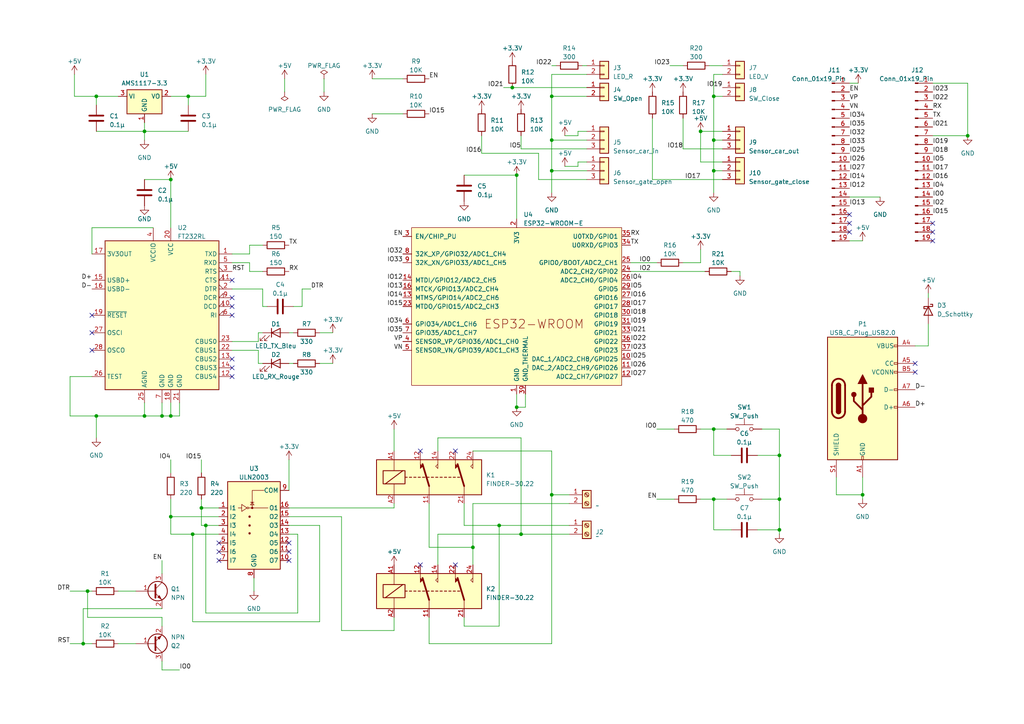
<source format=kicad_sch>
(kicad_sch (version 20230121) (generator eeschema)
  (paper "A4")
  (title_block (title "TSO_ESP32") (date "2023-03-13") (rev "1.0") (company "Cegep de Sherbrooke") (comment 1 "TSO") (comment 2 "Projet Fin Etude") (comment 3 "Mohammad Barin Wahidi") (comment 4 "Etienne Dube"))
  (lib_symbols
    (symbol "Connector:Conn_01x19_Pin" (pin_names (offset 1.016) hide)
      (property "Reference" "J" (at 0 25.4 0))
      (property "Value" "Conn_01x19_Pin" (at 0 -25.4 0))
      (symbol "Conn_01x19_Pin_1_1"
        (pin passive line (at 5.08 22.86 180) (length 3.81) (name "Pin_1") (number "1"))
        (pin passive line (at 5.08 0 180) (length 3.81) (name "Pin_10") (number "10"))
        (pin passive line (at 5.08 -2.54 180) (length 3.81) (name "Pin_11") (number "11"))
        (pin passive line (at 5.08 -5.08 180) (length 3.81) (name "Pin_12") (number "12"))
        (pin passive line (at 5.08 -7.62 180) (length 3.81) (name "Pin_13") (number "13"))
        (pin passive line (at 5.08 -10.16 180) (length 3.81) (name "Pin_14") (number "14"))
        (pin passive line (at 5.08 -12.7 180) (length 3.81) (name "Pin_15") (number "15"))
        (pin passive line (at 5.08 -15.24 180) (length 3.81) (name "Pin_16") (number "16"))
        (pin passive line (at 5.08 -17.78 180) (length 3.81) (name "Pin_17") (number "17"))
        (pin passive line (at 5.08 -20.32 180) (length 3.81) (name "Pin_18") (number "18"))
        (pin passive line (at 5.08 -22.86 180) (length 3.81) (name "Pin_19") (number "19"))
        (pin passive line (at 5.08 20.32 180) (length 3.81) (name "Pin_2") (number "2"))
        (pin passive line (at 5.08 17.78 180) (length 3.81) (name "Pin_3") (number "3"))
        (pin passive line (at 5.08 15.24 180) (length 3.81) (name "Pin_4") (number "4"))
        (pin passive line (at 5.08 12.7 180) (length 3.81) (name "Pin_5") (number "5"))
        (pin passive line (at 5.08 10.16 180) (length 3.81) (name "Pin_6") (number "6"))
        (pin passive line (at 5.08 7.62 180) (length 3.81) (name "Pin_7") (number "7"))
        (pin passive line (at 5.08 5.08 180) (length 3.81) (name "Pin_8") (number "8"))
        (pin passive line (at 5.08 2.54 180) (length 3.81) (name "Pin_9") (number "9"))
      )
    )
    (symbol "Connector:Screw_Terminal_01x02" (pin_names (offset 1.016) hide)
      (property "Reference" "J" (at 0 2.54 0))
      (property "Value" "Screw_Terminal_01x02" (at 0 -5.08 0))
      (symbol "Screw_Terminal_01x02_1_1"
        (pin passive line (at -5.08 0 0) (length 3.81) (name "Pin_1") (number "1"))
        (pin passive line (at -5.08 -2.54 0) (length 3.81) (name "Pin_2") (number "2"))
      )
    )
    (symbol "Connector:USB_C_Plug_USB2.0" (pin_names (offset 1.016))
      (property "Reference" "P" (at -10.16 19.05 0))
      (property "Value" "USB_C_Plug_USB2.0" (at 12.7 19.05 0))
      (symbol "USB_C_Plug_USB2.0_1_1"
        (pin passive line (at 0 -22.86 90) (length 5.08) (name "GND") (number "A1"))
        (pin passive line (at 0 -22.86 90) (length 5.08) hide (name "GND") (number "A12"))
        (pin passive line (at 15.24 15.24 180) (length 5.08) (name "VBUS") (number "A4"))
        (pin bidirectional line (at 15.24 10.16 180) (length 5.08) (name "CC") (number "A5"))
        (pin bidirectional line (at 15.24 -2.54 180) (length 5.08) (name "D+") (number "A6"))
        (pin bidirectional line (at 15.24 2.54 180) (length 5.08) (name "D-") (number "A7"))
        (pin passive line (at 15.24 15.24 180) (length 5.08) hide (name "VBUS") (number "A9"))
        (pin passive line (at 0 -22.86 90) (length 5.08) hide (name "GND") (number "B1"))
        (pin passive line (at 0 -22.86 90) (length 5.08) hide (name "GND") (number "B12"))
        (pin passive line (at 15.24 15.24 180) (length 5.08) hide (name "VBUS") (number "B4"))
        (pin bidirectional line (at 15.24 7.62 180) (length 5.08) (name "VCONN") (number "B5"))
        (pin passive line (at 15.24 15.24 180) (length 5.08) hide (name "VBUS") (number "B9"))
        (pin passive line (at -7.62 -22.86 90) (length 5.08) (name "SHIELD") (number "S1"))
      )
    )
    (symbol "Connector_Generic:Conn_01x02" (pin_names (offset 1.016) hide)
      (property "Reference" "J" (at 0 2.54 0))
      (property "Value" "Conn_01x02" (at 0 -5.08 0))
      (symbol "Conn_01x02_1_1"
        (pin passive line (at -5.08 0 0) (length 3.81) (name "Pin_1") (number "1"))
        (pin passive line (at -5.08 -2.54 0) (length 3.81) (name "Pin_2") (number "2"))
      )
    )
    (symbol "Connector_Generic:Conn_01x03" (pin_names (offset 1.016) hide)
      (property "Reference" "J" (at 0 5.08 0))
      (property "Value" "Conn_01x03" (at 0 -5.08 0))
      (symbol "Conn_01x03_1_1"
        (pin passive line (at -5.08 2.54 0) (length 3.81) (name "Pin_1") (number "1"))
        (pin passive line (at -5.08 0 0) (length 3.81) (name "Pin_2") (number "2"))
        (pin passive line (at -5.08 -2.54 0) (length 3.81) (name "Pin_3") (number "3"))
      )
    )
    (symbol "Device:C" (pin_numbers hide) (pin_names (offset 0.254))
      (property "Reference" "C" (at 0.635 2.54 0))
      (property "Value" "C" (at 0.635 -2.54 0))
      (symbol "C_1_1"
        (pin passive line (at 0 3.81 270) (length 2.794) (name "~") (number "1"))
        (pin passive line (at 0 -3.81 90) (length 2.794) (name "~") (number "2"))
      )
    )
    (symbol "Device:D_Schottky" (pin_numbers hide) (pin_names (offset 1.016) hide)
      (property "Reference" "D" (at 0 2.54 0))
      (property "Value" "D_Schottky" (at 0 -2.54 0))
      (symbol "D_Schottky_1_1"
        (pin passive line (at -3.81 0 0) (length 2.54) (name "K") (number "1"))
        (pin passive line (at 3.81 0 180) (length 2.54) (name "A") (number "2"))
      )
    )
    (symbol "Device:LED" (pin_numbers hide) (pin_names (offset 1.016) hide)
      (property "Reference" "D" (at 0 2.54 0))
      (property "Value" "LED" (at 0 -2.54 0))
      (symbol "LED_1_1"
        (pin passive line (at -3.81 0 0) (length 2.54) (name "K") (number "1"))
        (pin passive line (at 3.81 0 180) (length 2.54) (name "A") (number "2"))
      )
    )
    (symbol "Device:R" (pin_numbers hide) (pin_names (offset 0))
      (property "Reference" "R" (at 2.032 0 90))
      (property "Value" "R" (at 0 0 90))
      (symbol "R_1_1"
        (pin passive line (at 0 3.81 270) (length 1.27) (name "~") (number "1"))
        (pin passive line (at 0 -3.81 90) (length 1.27) (name "~") (number "2"))
      )
    )
    (symbol "Espressif:ESP32-WROOM-E" (pin_names (offset 1.016))
      (property "Reference" "U" (at -30.48 27.94 0))
      (property "Value" "ESP32-WROOM-E" (at -30.48 25.4 0))
      (symbol "ESP32-WROOM-E_1_1"
        (text "ESP32-­WROOM­" (at 5.08 -5.08 0) (effects (font (size 2.54 2.54))))
        (pin power_in line (at 0 -25.4 90) (length 2.54) (name "GND") (number "1"))
        (pin bidirectional line (at 33.02 -15.24 180) (length 2.54) (name "DAC_1/ADC2_CH8/GPIO25") (number "10"))
        (pin bidirectional line (at 33.02 -17.78 180) (length 2.54) (name "DAC_2/ADC2_CH9/GPIO26") (number "11"))
        (pin bidirectional line (at 33.02 -20.32 180) (length 2.54) (name "ADC2_CH7/GPIO27") (number "12"))
        (pin bidirectional line (at -33.02 2.54 0) (length 2.54) (name "MTMS/GPIO14/ADC2_CH6") (number "13"))
        (pin bidirectional line (at -33.02 7.62 0) (length 2.54) (name "MTDI/GPIO12/ADC2_CH5") (number "14"))
        (pin passive line (at 0 -25.4 90) (length 2.54) hide (name "GND") (number "15"))
        (pin bidirectional line (at -33.02 5.08 0) (length 2.54) (name "MTCK/GPIO13/ADC2_CH4") (number "16"))
        (pin power_in line (at 0 25.4 270) (length 2.54) (name "3V3") (number "2"))
        (pin bidirectional line (at -33.02 0 0) (length 2.54) (name "MTDO/GPIO15/ADC2_CH3") (number "23"))
        (pin bidirectional line (at 33.02 10.16 180) (length 2.54) (name "ADC2_CH2/GPIO2") (number "24"))
        (pin bidirectional line (at 33.02 12.7 180) (length 2.54) (name "GPIO0/BOOT/ADC2_CH1") (number "25"))
        (pin bidirectional line (at 33.02 7.62 180) (length 2.54) (name "ADC2_CH0/GPIO4") (number "26"))
        (pin bidirectional line (at 33.02 2.54 180) (length 2.54) (name "GPIO16") (number "27"))
        (pin bidirectional line (at 33.02 0 180) (length 2.54) (name "GPIO17") (number "28"))
        (pin bidirectional line (at 33.02 5.08 180) (length 2.54) (name "GPIO5") (number "29"))
        (pin input line (at -33.02 20.32 0) (length 2.54) (name "EN/CHIP_PU") (number "3"))
        (pin bidirectional line (at 33.02 -2.54 180) (length 2.54) (name "GPIO18") (number "30"))
        (pin bidirectional line (at 33.02 -5.08 180) (length 2.54) (name "GPIO19") (number "31"))
        (pin bidirectional line (at 33.02 -7.62 180) (length 2.54) (name "GPIO21") (number "33"))
        (pin bidirectional line (at 33.02 17.78 180) (length 2.54) (name "U0RXD/GPIO3") (number "34"))
        (pin bidirectional line (at 33.02 20.32 180) (length 2.54) (name "U0TXD/GPIO1") (number "35"))
        (pin bidirectional line (at 33.02 -10.16 180) (length 2.54) (name "GPIO22") (number "36"))
        (pin bidirectional line (at 33.02 -12.7 180) (length 2.54) (name "GPIO23") (number "37"))
        (pin passive line (at 0 -25.4 90) (length 2.54) hide (name "GND") (number "38"))
        (pin power_in line (at 2.54 -25.4 90) (length 2.54) (name "GND_THERMAL") (number "39"))
        (pin input line (at -33.02 -10.16 0) (length 2.54) (name "SENSOR_VP/GPIO36/ADC1_CH0") (number "4"))
        (pin input line (at -33.02 -12.7 0) (length 2.54) (name "SENSOR_VN/GPIO39/ADC1_CH3") (number "5"))
        (pin input line (at -33.02 -5.08 0) (length 2.54) (name "GPIO34/ADC1_CH6") (number "6"))
        (pin input line (at -33.02 -7.62 0) (length 2.54) (name "GPIO35/ADC1_CH7") (number "7"))
        (pin bidirectional line (at -33.02 15.24 0) (length 2.54) (name "32K_XP/GPIO32/ADC1_CH4") (number "8"))
        (pin bidirectional line (at -33.02 12.7 0) (length 2.54) (name "32K_XN/GPIO33/ADC1_CH5") (number "9"))
      )
    )
    (symbol "Interface_USB:FT232RL"
      (property "Reference" "U" (at -16.51 22.86 0))
      (property "Value" "FT232RL" (at 10.16 22.86 0))
      (symbol "FT232RL_1_1"
        (pin output line (at 20.32 17.78 180) (length 3.81) (name "TXD") (number "1"))
        (pin input input_low (at 20.32 2.54 180) (length 3.81) (name "DCD") (number "10"))
        (pin input input_low (at 20.32 10.16 180) (length 3.81) (name "CTS") (number "11"))
        (pin bidirectional line (at 20.32 -17.78 180) (length 3.81) (name "CBUS4") (number "12"))
        (pin bidirectional line (at 20.32 -12.7 180) (length 3.81) (name "CBUS2") (number "13"))
        (pin bidirectional line (at 20.32 -15.24 180) (length 3.81) (name "CBUS3") (number "14"))
        (pin bidirectional line (at -20.32 10.16 0) (length 3.81) (name "USBD+") (number "15"))
        (pin bidirectional line (at -20.32 7.62 0) (length 3.81) (name "USBD-") (number "16"))
        (pin power_out line (at -20.32 17.78 0) (length 3.81) (name "3V3OUT") (number "17"))
        (pin power_in line (at 2.54 -25.4 90) (length 3.81) (name "GND") (number "18"))
        (pin input line (at -20.32 0 0) (length 3.81) (name "~{RESET}") (number "19"))
        (pin output output_low (at 20.32 7.62 180) (length 3.81) (name "DTR") (number "2"))
        (pin power_in line (at 2.54 25.4 270) (length 3.81) (name "VCC") (number "20"))
        (pin power_in line (at 5.08 -25.4 90) (length 3.81) (name "GND") (number "21"))
        (pin bidirectional line (at 20.32 -10.16 180) (length 3.81) (name "CBUS1") (number "22"))
        (pin bidirectional line (at 20.32 -7.62 180) (length 3.81) (name "CBUS0") (number "23"))
        (pin power_in line (at -5.08 -25.4 90) (length 3.81) (name "AGND") (number "25"))
        (pin input line (at -20.32 -17.78 0) (length 3.81) (name "TEST") (number "26"))
        (pin input line (at -20.32 -5.08 0) (length 3.81) (name "OSCI") (number "27"))
        (pin output line (at -20.32 -10.16 0) (length 3.81) (name "OSCO") (number "28"))
        (pin output output_low (at 20.32 12.7 180) (length 3.81) (name "RTS") (number "3"))
        (pin power_in line (at -2.54 25.4 270) (length 3.81) (name "VCCIO") (number "4"))
        (pin input line (at 20.32 15.24 180) (length 3.81) (name "RXD") (number "5"))
        (pin input input_low (at 20.32 0 180) (length 3.81) (name "RI") (number "6"))
        (pin power_in line (at 0 -25.4 90) (length 3.81) (name "GND") (number "7"))
        (pin input input_low (at 20.32 5.08 180) (length 3.81) (name "DCR") (number "9"))
      )
    )
    (symbol "Regulator_Linear:AMS1117-3.3"
      (property "Reference" "U" (at -3.81 3.175 0))
      (property "Value" "AMS1117-3.3" (at 0 3.175 0))
      (symbol "AMS1117-3.3_1_1"
        (pin power_in line (at 0 -7.62 90) (length 2.54) (name "GND") (number "1"))
        (pin power_out line (at 7.62 0 180) (length 2.54) (name "VO") (number "2"))
        (pin power_in line (at -7.62 0 0) (length 2.54) (name "VI") (number "3"))
      )
    )
    (symbol "Relay:FINDER-30.22"
      (property "Reference" "K" (at 16.51 3.81 0))
      (property "Value" "FINDER-30.22" (at 16.51 1.27 0))
      (symbol "FINDER-30.22_1_1"
        (pin passive line (at 0 -7.62 90) (length 2.54) (name "~") (number "11"))
        (pin passive line (at -2.54 7.62 270) (length 2.54) (name "~") (number "12"))
        (pin passive line (at 2.54 7.62 270) (length 2.54) (name "~") (number "14"))
        (pin passive line (at 10.16 -7.62 90) (length 2.54) (name "~") (number "21"))
        (pin passive line (at 7.62 7.62 270) (length 2.54) (name "~") (number "22"))
        (pin passive line (at 12.7 7.62 270) (length 2.54) (name "~") (number "24"))
        (pin passive line (at -10.16 7.62 270) (length 2.54) (name "~") (number "A1"))
        (pin passive line (at -10.16 -7.62 90) (length 2.54) (name "~") (number "A2"))
      )
    )
    (symbol "Switch:SW_Push" (pin_numbers hide) (pin_names (offset 1.016) hide)
      (property "Reference" "SW" (at 1.27 2.54 0))
      (property "Value" "SW_Push" (at 0 -1.524 0))
      (symbol "SW_Push_0_1"
        (pin passive line (at -5.08 0 0) (length 2.54) (name "1") (number "1"))
        (pin passive line (at 5.08 0 180) (length 2.54) (name "2") (number "2"))
      )
    )
    (symbol "Transistor_Array:ULN2003"
      (property "Reference" "U" (at 0 15.875 0))
      (property "Value" "ULN2003" (at 0 13.97 0))
      (symbol "ULN2003_1_1"
        (pin input line (at -10.16 5.08 0) (length 2.54) (name "I1") (number "1"))
        (pin open_collector line (at 10.16 -10.16 180) (length 2.54) (name "O7") (number "10"))
        (pin open_collector line (at 10.16 -7.62 180) (length 2.54) (name "O6") (number "11"))
        (pin open_collector line (at 10.16 -5.08 180) (length 2.54) (name "O5") (number "12"))
        (pin open_collector line (at 10.16 -2.54 180) (length 2.54) (name "O4") (number "13"))
        (pin open_collector line (at 10.16 0 180) (length 2.54) (name "O3") (number "14"))
        (pin open_collector line (at 10.16 2.54 180) (length 2.54) (name "O2") (number "15"))
        (pin open_collector line (at 10.16 5.08 180) (length 2.54) (name "O1") (number "16"))
        (pin input line (at -10.16 2.54 0) (length 2.54) (name "I2") (number "2"))
        (pin input line (at -10.16 0 0) (length 2.54) (name "I3") (number "3"))
        (pin input line (at -10.16 -2.54 0) (length 2.54) (name "I4") (number "4"))
        (pin input line (at -10.16 -5.08 0) (length 2.54) (name "I5") (number "5"))
        (pin input line (at -10.16 -7.62 0) (length 2.54) (name "I6") (number "6"))
        (pin input line (at -10.16 -10.16 0) (length 2.54) (name "I7") (number "7"))
        (pin power_in line (at 0 -15.24 90) (length 2.54) (name "GND") (number "8"))
        (pin passive line (at 10.16 10.16 180) (length 2.54) (name "COM") (number "9"))
      )
    )
    (symbol "Transistor_BJT:BC846" (pin_names (offset 0) hide)
      (property "Reference" "Q" (at 5.08 1.905 0))
      (property "Value" "BC846" (at 5.08 0 0))
      (symbol "BC846_1_1"
        (pin input line (at -5.08 0 0) (length 5.715) (name "B") (number "1"))
        (pin passive line (at 2.54 -5.08 90) (length 2.54) (name "E") (number "2"))
        (pin passive line (at 2.54 5.08 270) (length 2.54) (name "C") (number "3"))
      )
    )
    (symbol "power:+3.3V" (power) (pin_names (offset 0))
      (property "Value" "+3.3V" (at 0 3.556 0))
      (symbol "+3.3V_1_1"
        (pin power_in line (at 0 0 90) (length 0) hide (name "+3.3V") (number "1"))
      )
    )
    (symbol "power:+5V" (power) (pin_names (offset 0))
      (property "Value" "+5V" (at 0 3.556 0))
      (symbol "+5V_1_1"
        (pin power_in line (at 0 0 90) (length 0) hide (name "+5V") (number "1"))
      )
    )
    (symbol "power:GND" (power) (pin_names (offset 0))
      (property "Value" "GND" (at 0 -3.81 0))
      (symbol "GND_1_1"
        (pin power_in line (at 0 0 270) (length 0) hide (name "GND") (number "1"))
      )
    )
    (symbol "power:PWR_FLAG" (power) (pin_numbers hide) (pin_names (offset 0) hide)
      (property "Value" "PWR_FLAG" (at 0 3.81 0))
      (symbol "PWR_FLAG_0_0"
        (pin power_out line (at 0 0 90) (length 0) (name "pwr") (number "1"))
      )
    )
  )
  (junction (at 54.61 27.94))
  (junction (at 226.06 144.78))
  (junction (at 207.01 40.64))
  (junction (at 203.2 38.1))
  (junction (at 160.02 143.51))
  (junction (at 137.16 158.75))
  (junction (at 226.06 153.67))
  (junction (at 49.53 52.07))
  (junction (at 148.59 25.4))
  (junction (at 24.13 186.69))
  (junction (at 151.13 154.94))
  (junction (at 49.53 149.86))
  (junction (at 207.01 124.46))
  (junction (at 27.94 120.65))
  (junction (at 149.86 118.11))
  (junction (at 41.91 38.1))
  (junction (at 149.86 50.8))
  (junction (at 25.4 171.45))
  (junction (at 27.94 27.94))
  (junction (at 49.53 120.65))
  (junction (at 207.01 27.94))
  (junction (at 58.42 147.32))
  (junction (at 250.19 143.51))
  (junction (at 280.67 39.37))
  (junction (at 59.69 152.4))
  (junction (at 55.88 154.94))
  (junction (at 160.02 40.64))
  (junction (at 144.78 152.4))
  (junction (at 226.06 132.08))
  (junction (at 160.02 49.53))
  (junction (at 46.99 120.65))
  (junction (at 160.02 27.94))
  (junction (at 207.01 144.78))
  (junction (at 41.91 120.65))
  (junction (at 207.01 49.53))
  (no_connect (at 246.38 64.77))
  (no_connect (at 67.31 91.44))
  (no_connect (at 132.08 130.81))
  (no_connect (at 132.08 163.83))
  (no_connect (at 121.92 130.81))
  (no_connect (at 83.82 160.02))
  (no_connect (at 26.67 101.6))
  (no_connect (at 83.82 157.48))
  (no_connect (at 265.43 107.95))
  (no_connect (at 270.51 67.31))
  (no_connect (at 63.5 160.02))
  (no_connect (at 67.31 81.28))
  (no_connect (at 26.67 96.52))
  (no_connect (at 121.92 163.83))
  (no_connect (at 63.5 157.48))
  (no_connect (at 67.31 104.14))
  (no_connect (at 67.31 109.22))
  (no_connect (at 246.38 62.23))
  (no_connect (at 270.51 69.85))
  (no_connect (at 67.31 88.9))
  (no_connect (at 67.31 86.36))
  (no_connect (at 67.31 106.68))
  (no_connect (at 63.5 162.56))
  (no_connect (at 265.43 105.41))
  (no_connect (at 246.38 67.31))
  (no_connect (at 26.67 91.44))
  (no_connect (at 270.51 64.77))
  (no_connect (at 83.82 162.56))
  (wire (pts (xy 212.09 153.67) (xy 207.01 153.67)))
  (wire (pts (xy 74.93 105.41) (xy 76.2 105.41)))
  (wire (pts (xy 63.5 152.4) (xy 59.69 152.4)))
  (wire (pts (xy 160.02 21.59) (xy 160.02 27.94)))
  (wire (pts (xy 203.2 76.2) (xy 198.12 76.2)))
  (wire (pts (xy 54.61 27.94) (xy 54.61 30.48)))
  (wire (pts (xy 46.99 116.84) (xy 46.99 120.65)))
  (wire (pts (xy 124.46 158.75) (xy 137.16 158.75)))
  (wire (pts (xy 54.61 27.94) (xy 59.69 27.94)))
  (wire (pts (xy 134.62 179.07) (xy 134.62 181.61)))
  (wire (pts (xy 170.18 49.53) (xy 160.02 49.53)))
  (wire (pts (xy 76.2 83.82) (xy 67.31 83.82)))
  (wire (pts (xy 207.01 124.46) (xy 210.82 124.46)))
  (wire (pts (xy 226.06 132.08) (xy 226.06 144.78)))
  (wire (pts (xy 137.16 163.83) (xy 137.16 158.75)))
  (wire (pts (xy 139.7 39.37) (xy 139.7 44.45)))
  (wire (pts (xy 219.71 153.67) (xy 226.06 153.67)))
  (wire (pts (xy 226.06 153.67) (xy 226.06 154.94)))
  (wire (pts (xy 41.91 120.65) (xy 46.99 120.65)))
  (wire (pts (xy 146.05 25.4) (xy 148.59 25.4)))
  (wire (pts (xy 92.71 96.52) (xy 96.52 96.52)))
  (wire (pts (xy 107.95 33.02) (xy 116.84 33.02)))
  (wire (pts (xy 73.66 167.64) (xy 73.66 171.45)))
  (wire (pts (xy 144.78 181.61) (xy 144.78 152.4)))
  (wire (pts (xy 74.93 96.52) (xy 76.2 96.52)))
  (wire (pts (xy 49.53 149.86) (xy 63.5 149.86)))
  (wire (pts (xy 41.91 38.1) (xy 54.61 38.1)))
  (wire (pts (xy 20.32 120.65) (xy 20.32 109.22)))
  (wire (pts (xy 26.67 66.04) (xy 44.45 66.04)))
  (wire (pts (xy 34.29 171.45) (xy 39.37 171.45)))
  (wire (pts (xy 212.09 132.08) (xy 207.01 132.08)))
  (wire (pts (xy 156.21 52.07) (xy 156.21 44.45)))
  (wire (pts (xy 82.55 22.86) (xy 82.55 26.67)))
  (wire (pts (xy 203.2 72.39) (xy 203.2 76.2)))
  (wire (pts (xy 189.23 52.07) (xy 189.23 34.29)))
  (wire (pts (xy 203.2 46.99) (xy 203.2 38.1)))
  (wire (pts (xy 52.07 194.31) (xy 46.99 194.31)))
  (wire (pts (xy 20.32 109.22) (xy 26.67 109.22)))
  (wire (pts (xy 151.13 39.37) (xy 151.13 43.18)))
  (wire (pts (xy 93.98 22.86) (xy 93.98 26.67)))
  (wire (pts (xy 87.63 88.9) (xy 87.63 83.82)))
  (wire (pts (xy 127 127) (xy 127 130.81)))
  (wire (pts (xy 26.67 73.66) (xy 26.67 66.04)))
  (wire (pts (xy 203.2 38.1) (xy 209.55 38.1)))
  (wire (pts (xy 72.39 73.66) (xy 72.39 71.12)))
  (wire (pts (xy 209.55 49.53) (xy 207.01 49.53)))
  (wire (pts (xy 49.53 27.94) (xy 54.61 27.94)))
  (wire (pts (xy 190.5 144.78) (xy 195.58 144.78)))
  (wire (pts (xy 46.99 176.53) (xy 24.13 176.53)))
  (wire (pts (xy 160.02 130.81) (xy 160.02 143.51)))
  (wire (pts (xy 67.31 99.06) (xy 74.93 99.06)))
  (wire (pts (xy 270.51 24.13) (xy 280.67 24.13)))
  (wire (pts (xy 134.62 50.8) (xy 149.86 50.8)))
  (wire (pts (xy 250.19 138.43) (xy 250.19 143.51)))
  (wire (pts (xy 27.94 38.1) (xy 41.91 38.1)))
  (wire (pts (xy 207.01 40.64) (xy 207.01 49.53)))
  (wire (pts (xy 83.82 133.35) (xy 83.82 142.24)))
  (wire (pts (xy 190.5 124.46) (xy 195.58 124.46)))
  (wire (pts (xy 72.39 78.74) (xy 76.2 78.74)))
  (wire (pts (xy 46.99 120.65) (xy 49.53 120.65)))
  (wire (pts (xy 58.42 133.35) (xy 58.42 137.16)))
  (wire (pts (xy 207.01 153.67) (xy 207.01 144.78)))
  (wire (pts (xy 127 154.94) (xy 151.13 154.94)))
  (wire (pts (xy 167.64 38.1) (xy 170.18 38.1)))
  (wire (pts (xy 209.55 46.99) (xy 203.2 46.99)))
  (wire (pts (xy 58.42 152.4) (xy 58.42 147.32)))
  (wire (pts (xy 220.98 144.78) (xy 226.06 144.78)))
  (wire (pts (xy 156.21 44.45) (xy 139.7 44.45)))
  (wire (pts (xy 246.38 69.85) (xy 250.19 69.85)))
  (wire (pts (xy 160.02 143.51) (xy 165.1 143.51)))
  (wire (pts (xy 198.12 34.29) (xy 198.12 43.18)))
  (wire (pts (xy 76.2 88.9) (xy 76.2 83.82)))
  (wire (pts (xy 160.02 27.94) (xy 170.18 27.94)))
  (wire (pts (xy 209.55 21.59) (xy 207.01 21.59)))
  (wire (pts (xy 74.93 99.06) (xy 74.93 96.52)))
  (wire (pts (xy 265.43 100.33) (xy 269.24 100.33)))
  (wire (pts (xy 182.88 76.2) (xy 190.5 76.2)))
  (wire (pts (xy 41.91 116.84) (xy 41.91 120.65)))
  (wire (pts (xy 83.82 105.41) (xy 85.09 105.41)))
  (wire (pts (xy 124.46 186.69) (xy 124.46 179.07)))
  (wire (pts (xy 92.71 152.4) (xy 92.71 180.34)))
  (wire (pts (xy 20.32 171.45) (xy 25.4 171.45)))
  (wire (pts (xy 72.39 71.12) (xy 76.2 71.12)))
  (wire (pts (xy 160.02 143.51) (xy 160.02 186.69)))
  (wire (pts (xy 49.53 154.94) (xy 55.88 154.94)))
  (wire (pts (xy 163.83 48.26) (xy 167.64 48.26)))
  (wire (pts (xy 160.02 19.05) (xy 161.29 19.05)))
  (wire (pts (xy 219.71 132.08) (xy 226.06 132.08)))
  (wire (pts (xy 24.13 176.53) (xy 24.13 186.69)))
  (wire (pts (xy 67.31 101.6) (xy 74.93 101.6)))
  (wire (pts (xy 74.93 101.6) (xy 74.93 105.41)))
  (wire (pts (xy 269.24 100.33) (xy 269.24 93.98)))
  (wire (pts (xy 46.99 179.07) (xy 46.99 181.61)))
  (wire (pts (xy 137.16 146.05) (xy 165.1 146.05)))
  (wire (pts (xy 205.74 19.05) (xy 209.55 19.05)))
  (wire (pts (xy 167.64 48.26) (xy 167.64 46.99)))
  (wire (pts (xy 27.94 127) (xy 27.94 120.65)))
  (wire (pts (xy 55.88 154.94) (xy 63.5 154.94)))
  (wire (pts (xy 67.31 76.2) (xy 72.39 76.2)))
  (wire (pts (xy 151.13 127) (xy 151.13 154.94)))
  (wire (pts (xy 220.98 124.46) (xy 226.06 124.46)))
  (wire (pts (xy 49.53 116.84) (xy 49.53 120.65)))
  (wire (pts (xy 92.71 180.34) (xy 55.88 180.34)))
  (wire (pts (xy 92.71 105.41) (xy 96.52 105.41)))
  (wire (pts (xy 25.4 179.07) (xy 46.99 179.07)))
  (wire (pts (xy 72.39 76.2) (xy 72.39 78.74)))
  (wire (pts (xy 49.53 154.94) (xy 49.53 149.86)))
  (wire (pts (xy 170.18 52.07) (xy 156.21 52.07)))
  (wire (pts (xy 214.63 78.74) (xy 214.63 80.01)))
  (wire (pts (xy 160.02 27.94) (xy 160.02 40.64)))
  (wire (pts (xy 226.06 124.46) (xy 226.06 132.08)))
  (wire (pts (xy 207.01 27.94) (xy 209.55 27.94)))
  (wire (pts (xy 152.4 118.11) (xy 149.86 118.11)))
  (wire (pts (xy 55.88 180.34) (xy 55.88 154.94)))
  (wire (pts (xy 85.09 88.9) (xy 87.63 88.9)))
  (wire (pts (xy 124.46 146.05) (xy 124.46 158.75)))
  (wire (pts (xy 59.69 152.4) (xy 58.42 152.4)))
  (wire (pts (xy 226.06 144.78) (xy 226.06 153.67)))
  (wire (pts (xy 59.69 177.8) (xy 59.69 152.4)))
  (wire (pts (xy 27.94 27.94) (xy 34.29 27.94)))
  (wire (pts (xy 167.64 46.99) (xy 170.18 46.99)))
  (wire (pts (xy 198.12 43.18) (xy 209.55 43.18)))
  (wire (pts (xy 242.57 143.51) (xy 250.19 143.51)))
  (wire (pts (xy 46.99 194.31) (xy 46.99 191.77)))
  (wire (pts (xy 144.78 152.4) (xy 134.62 152.4)))
  (wire (pts (xy 148.59 25.4) (xy 170.18 25.4)))
  (wire (pts (xy 86.36 177.8) (xy 59.69 177.8)))
  (wire (pts (xy 127 127) (xy 151.13 127)))
  (wire (pts (xy 163.83 39.37) (xy 167.64 39.37)))
  (wire (pts (xy 83.82 152.4) (xy 92.71 152.4)))
  (wire (pts (xy 242.57 138.43) (xy 242.57 143.51)))
  (wire (pts (xy 99.06 149.86) (xy 99.06 182.88)))
  (wire (pts (xy 20.32 120.65) (xy 27.94 120.65)))
  (wire (pts (xy 269.24 85.09) (xy 269.24 86.36)))
  (wire (pts (xy 151.13 154.94) (xy 165.1 154.94)))
  (wire (pts (xy 203.2 144.78) (xy 207.01 144.78)))
  (wire (pts (xy 207.01 144.78) (xy 210.82 144.78)))
  (wire (pts (xy 34.29 186.69) (xy 39.37 186.69)))
  (wire (pts (xy 170.18 21.59) (xy 160.02 21.59)))
  (wire (pts (xy 41.91 38.1) (xy 41.91 40.64)))
  (wire (pts (xy 58.42 144.78) (xy 58.42 147.32)))
  (wire (pts (xy 107.95 22.86) (xy 116.84 22.86)))
  (wire (pts (xy 207.01 49.53) (xy 207.01 55.88)))
  (wire (pts (xy 160.02 49.53) (xy 160.02 55.88)))
  (wire (pts (xy 137.16 146.05) (xy 137.16 158.75)))
  (wire (pts (xy 83.82 96.52) (xy 85.09 96.52)))
  (wire (pts (xy 52.07 116.84) (xy 52.07 120.65)))
  (wire (pts (xy 127 154.94) (xy 127 163.83)))
  (wire (pts (xy 59.69 27.94) (xy 59.69 21.59)))
  (wire (pts (xy 203.2 124.46) (xy 207.01 124.46)))
  (wire (pts (xy 134.62 181.61) (xy 144.78 181.61)))
  (wire (pts (xy 280.67 24.13) (xy 280.67 39.37)))
  (wire (pts (xy 207.01 21.59) (xy 207.01 27.94)))
  (wire (pts (xy 21.59 21.59) (xy 21.59 27.94)))
  (wire (pts (xy 52.07 120.65) (xy 49.53 120.65)))
  (wire (pts (xy 87.63 83.82) (xy 90.17 83.82)))
  (wire (pts (xy 49.53 144.78) (xy 49.53 149.86)))
  (wire (pts (xy 149.86 114.3) (xy 149.86 118.11)))
  (wire (pts (xy 114.3 124.46) (xy 114.3 130.81)))
  (wire (pts (xy 41.91 35.56) (xy 41.91 38.1)))
  (wire (pts (xy 27.94 120.65) (xy 41.91 120.65)))
  (wire (pts (xy 149.86 50.8) (xy 149.86 63.5)))
  (wire (pts (xy 209.55 52.07) (xy 189.23 52.07)))
  (wire (pts (xy 207.01 27.94) (xy 207.01 40.64)))
  (wire (pts (xy 182.88 78.74) (xy 204.47 78.74)))
  (wire (pts (xy 83.82 154.94) (xy 86.36 154.94)))
  (wire (pts (xy 160.02 186.69) (xy 124.46 186.69)))
  (wire (pts (xy 114.3 182.88) (xy 114.3 179.07)))
  (wire (pts (xy 151.13 43.18) (xy 170.18 43.18)))
  (wire (pts (xy 152.4 114.3) (xy 152.4 118.11)))
  (wire (pts (xy 194.31 19.05) (xy 198.12 19.05)))
  (wire (pts (xy 160.02 40.64) (xy 170.18 40.64)))
  (wire (pts (xy 134.62 152.4) (xy 134.62 146.05)))
  (wire (pts (xy 86.36 154.94) (xy 86.36 177.8)))
  (wire (pts (xy 246.38 57.15) (xy 255.27 57.15)))
  (wire (pts (xy 167.64 39.37) (xy 167.64 38.1)))
  (wire (pts (xy 20.32 186.69) (xy 24.13 186.69)))
  (wire (pts (xy 160.02 40.64) (xy 160.02 49.53)))
  (wire (pts (xy 58.42 147.32) (xy 63.5 147.32)))
  (wire (pts (xy 246.38 24.13) (xy 248.92 24.13)))
  (wire (pts (xy 99.06 182.88) (xy 114.3 182.88)))
  (wire (pts (xy 49.53 133.35) (xy 49.53 137.16)))
  (wire (pts (xy 83.82 147.32) (xy 114.3 147.32)))
  (wire (pts (xy 21.59 27.94) (xy 27.94 27.94)))
  (wire (pts (xy 25.4 171.45) (xy 26.67 171.45)))
  (wire (pts (xy 137.16 130.81) (xy 160.02 130.81)))
  (wire (pts (xy 49.53 52.07) (xy 49.53 66.04)))
  (wire (pts (xy 41.91 52.07) (xy 49.53 52.07)))
  (wire (pts (xy 212.09 78.74) (xy 214.63 78.74)))
  (wire (pts (xy 83.82 149.86) (xy 99.06 149.86)))
  (wire (pts (xy 25.4 171.45) (xy 25.4 179.07)))
  (wire (pts (xy 144.78 152.4) (xy 165.1 152.4)))
  (wire (pts (xy 250.19 143.51) (xy 250.19 144.78)))
  (wire (pts (xy 270.51 39.37) (xy 280.67 39.37)))
  (wire (pts (xy 46.99 162.56) (xy 46.99 166.37)))
  (wire (pts (xy 27.94 27.94) (xy 27.94 30.48)))
  (wire (pts (xy 168.91 19.05) (xy 170.18 19.05)))
  (wire (pts (xy 207.01 132.08) (xy 207.01 124.46)))
  (wire (pts (xy 24.13 186.69) (xy 26.67 186.69)))
  (wire (pts (xy 67.31 73.66) (xy 72.39 73.66)))
  (wire (pts (xy 207.01 40.64) (xy 209.55 40.64)))
  (wire (pts (xy 76.2 88.9) (xy 77.47 88.9)))
  (wire (pts (xy 114.3 147.32) (xy 114.3 146.05)))
  (label "IO5" (at 182.88 83.82 0))
  (label "IO5" (at 270.51 46.99 0))
  (label "VP" (at 116.84 99.06 180))
  (label "IO18" (at 270.51 44.45 0))
  (label "EN" (at 116.84 68.58 180))
  (label "IO27" (at 246.38 49.53 0))
  (label "IO33" (at 116.84 76.2 180))
  (label "IO18" (at 182.88 91.44 0))
  (label "IO32" (at 116.84 73.66 180))
  (label "RX" (at 270.51 31.75 0))
  (label "IO21" (at 270.51 36.83 0))
  (label "IO21" (at 146.05 25.4 180))
  (label "IO0" (at 52.07 194.31 0))
  (label "IO25" (at 182.88 104.14 0))
  (label "DTR" (at 20.32 171.45 180))
  (label "D-" (at 265.43 113.03 0))
  (label "D+" (at 26.67 81.28 180))
  (label "D+" (at 265.43 118.11 0))
  (label "IO35" (at 116.84 96.52 180))
  (label "IO23" (at 182.88 101.6 0))
  (label "IO12" (at 116.84 81.28 180))
  (label "IO15" (at 124.46 33.02 0))
  (label "IO13" (at 246.38 59.69 0))
  (label "IO35" (at 246.38 36.83 0))
  (label "IO4" (at 270.51 54.61 0))
  (label "RX" (at 182.88 68.58 0))
  (label "EN" (at 190.5 144.78 180))
  (label "IO0" (at 190.5 124.46 180))
  (label "TX" (at 83.82 71.12 0))
  (label "IO26" (at 182.88 106.68 0))
  (label "IO21" (at 182.88 96.52 0))
  (label "IO12" (at 246.38 54.61 0))
  (label "EN" (at 246.38 26.67 0))
  (label "IO17" (at 203.2 52.07 180))
  (label "IO22" (at 182.88 99.06 0))
  (label "IO23" (at 270.51 26.67 0))
  (label "IO0" (at 185.42 76.2 0))
  (label "IO17" (at 182.88 88.9 0))
  (label "IO22" (at 270.51 29.21 0))
  (label "TX" (at 182.88 71.12 0))
  (label "D-" (at 26.67 83.82 180))
  (label "RX" (at 83.82 78.74 0))
  (label "IO27" (at 182.88 109.22 0))
  (label "IO18" (at 198.12 43.18 180))
  (label "IO4" (at 182.88 81.28 0))
  (label "IO16" (at 182.88 86.36 0))
  (label "DTR" (at 90.17 83.82 0))
  (label "IO19" (at 182.88 93.98 0))
  (label "IO23" (at 194.31 19.05 180))
  (label "IO14" (at 246.38 52.07 0))
  (label "IO34" (at 116.84 93.98 180))
  (label "IO33" (at 246.38 41.91 0))
  (label "VN" (at 116.84 101.6 180))
  (label "IO14" (at 116.84 86.36 180))
  (label "IO4" (at 49.53 133.35 180))
  (label "RST" (at 67.31 78.74 0))
  (label "EN" (at 124.46 22.86 0))
  (label "IO16" (at 270.51 52.07 0))
  (label "IO2" (at 185.42 78.74 0))
  (label "IO15" (at 58.42 133.35 180))
  (label "IO15" (at 116.84 88.9 180))
  (label "VP" (at 246.38 29.21 0))
  (label "RST" (at 20.32 186.69 180))
  (label "IO25" (at 246.38 44.45 0))
  (label "TX" (at 270.51 34.29 0))
  (label "VN" (at 246.38 31.75 0))
  (label "IO16" (at 139.7 44.45 180))
  (label "IO17" (at 270.51 49.53 0))
  (label "IO26" (at 246.38 46.99 0))
  (label "IO2" (at 270.51 59.69 0))
  (label "IO5" (at 151.13 43.18 180))
  (label "IO22" (at 160.02 19.05 180))
  (label "EN" (at 46.99 162.56 180))
  (label "IO19" (at 209.55 25.4 180))
  (label "IO13" (at 116.84 83.82 180))
  (label "IO32" (at 246.38 39.37 0))
  (label "IO0" (at 270.51 57.15 0))
  (label "IO34" (at 246.38 34.29 0))
  (label "IO19" (at 270.51 41.91 0))
  (label "IO15" (at 270.51 62.23 0))
  (symbol (lib_id "Connector:Conn_01x19_Pin") (at 265.43 46.99 0) (unit 1)
    (property "Reference" "J12" (at 266.065 20.32 0))
    (property "Value" "Conn_01x19_Pin" (at 262.89 22.86 0))
    (property "Footprint" "Connector_PinHeader_2.54mm:PinHeader_1x19_P2.54mm_Vertical" (effects hide))
  )
  (symbol (lib_id "Relay:FINDER-30.22") (at 124.46 171.45 0) (unit 1)
    (property "Reference" "K2" (at 140.97 170.815 0) (effects (justify left)))
    (property "Value" "FINDER-30.22" (at 140.97 173.355 0) (effects (justify left)))
    (property "Footprint" "Relay_THT:Relay_DPDT_Finder_30.22" (effects hide))
    (property "Datasheet" "http://gfinder.findernet.com/assets/Series/354/S30EN.pdf" (effects hide))
  )
  (symbol (lib_id "power:+3.3V") (at 151.13 31.75 0) (unit 1)
    (property "Reference" "#PWR022" (effects hide))
    (property "Value" "+3.3V" (at 151.13 27.94 0))
  )
  (symbol (lib_id "Connector:Screw_Terminal_01x02") (at 170.18 152.4 0) (unit 1)
    (property "Reference" "J2" (at 172.72 154.305 0) (effects (justify left)))
    (property "Value" "~" (at 172.72 155.575 0) (effects (justify left)))
    (property "Footprint" "TerminalBlock:TerminalBlock_bornier-2_P5.08mm" (effects hide))
  )
  (symbol (lib_id "Device:D_Schottky") (at 269.24 90.17 270) (unit 1)
    (property "Reference" "D3" (at 271.78 88.5824 90) (effects (justify left)))
    (property "Value" "D_Schottky" (at 271.78 91.1224 90) (effects (justify left)))
    (property "Footprint" "Diode_SMD:D_0805_2012Metric_Pad1.15x1.40mm_HandSolder" (effects hide))
  )
  (symbol (lib_id "power:GND") (at 93.98 26.67 0) (unit 1)
    (property "Reference" "#PWR010" (effects hide))
    (property "Value" "GND" (at 93.98 31.75 0))
  )
  (symbol (lib_id "power:GND") (at 160.02 55.88 0) (unit 1)
    (property "Reference" "#PWR023" (effects hide))
    (property "Value" "GND" (at 160.02 60.96 0))
  )
  (symbol (lib_id "Interface_USB:FT232RL") (at 46.99 91.44 0) (unit 1)
    (property "Reference" "U2" (at 51.4859 66.04 0) (effects (justify left)))
    (property "Value" "FT232RL" (at 51.4859 68.58 0) (effects (justify left)))
    (property "Footprint" "Package_SO:SSOP-28_5.3x10.2mm_P0.65mm" (effects hide))
    (property "Datasheet" "https://www.ftdichip.com/Support/Documents/DataSheets/ICs/DS_FT232R.pdf" (effects hide))
  )
  (symbol (lib_id "power:+5V") (at 203.2 38.1 0) (unit 1)
    (property "Reference" "#PWR028" (effects hide))
    (property "Value" "+5V" (at 203.2 34.29 0))
  )
  (symbol (lib_id "power:+5V") (at 49.53 52.07 0) (unit 1)
    (property "Reference" "#PWR05" (effects hide))
    (property "Value" "+5V" (at 49.53 48.26 0))
  )
  (symbol (lib_id "power:GND") (at 73.66 171.45 0) (unit 1)
    (property "Reference" "#PWR07" (effects hide))
    (property "Value" "GND" (at 73.66 176.53 0))
  )
  (symbol (lib_id "Connector_Generic:Conn_01x03") (at 175.26 49.53 0) (unit 1)
    (property "Reference" "J6" (at 177.8 50.165 0) (effects (justify left)))
    (property "Value" "Sensor_gate_open" (at 177.8 52.705 0) (effects (justify left)))
    (property "Footprint" "Connector_PinHeader_2.54mm:PinHeader_1x03_P2.54mm_Vertical" (effects hide))
  )
  (symbol (lib_id "Device:R") (at 80.01 78.74 90) (unit 1)
    (property "Reference" "R6" (at 80.01 73.66 90))
    (property "Value" "150" (at 80.01 76.2 90))
    (property "Footprint" "Resistor_SMD:R_0805_2012Metric_Pad1.20x1.40mm_HandSolder" (effects hide))
  )
  (symbol (lib_id "power:GND") (at 149.86 118.11 0) (unit 1)
    (property "Reference" "#PWR021" (effects hide))
    (property "Value" "GND" (at 149.86 123.19 0))
  )
  (symbol (lib_id "Transistor_BJT:BC846") (at 44.45 186.69 0) (mirror x) (unit 1)
    (property "Reference" "Q2" (at 49.53 187.325 0) (effects (justify left)))
    (property "Value" "NPN" (at 49.53 184.785 0) (effects (justify left)))
    (property "Footprint" "Package_TO_SOT_SMD:SOT-23" (effects hide))
    (property "Datasheet" "https://assets.nexperia.com/documents/data-sheet/BC846_SER.pdf" (effects hide))
  )
  (symbol (lib_id "Device:R") (at 165.1 19.05 90) (unit 1)
    (property "Reference" "R14" (at 165.1 13.97 90))
    (property "Value" "300" (at 165.1 16.51 90))
    (property "Footprint" "Resistor_SMD:R_0805_2012Metric_Pad1.20x1.40mm_HandSolder" (effects hide))
  )
  (symbol (lib_id "Device:C") (at 134.62 54.61 0) (unit 1)
    (property "Reference" "C5" (at 138.43 53.975 0) (effects (justify left)))
    (property "Value" "0.1µ" (at 138.43 56.515 0) (effects (justify left)))
    (property "Footprint" "Capacitor_SMD:C_0805_2012Metric_Pad1.18x1.45mm_HandSolder" (effects hide))
  )
  (symbol (lib_id "power:+5V") (at 82.55 22.86 0) (unit 1)
    (property "Reference" "#PWR08" (effects hide))
    (property "Value" "+5V" (at 82.55 19.05 0))
  )
  (symbol (lib_id "power:GND") (at 280.67 39.37 0) (unit 1)
    (property "Reference" "#PWR038" (effects hide))
    (property "Value" "GND" (at 280.67 44.45 0))
  )
  (symbol (lib_id "Device:R") (at 199.39 144.78 90) (unit 1)
    (property "Reference" "R19" (at 199.39 139.7 90))
    (property "Value" "470" (at 199.39 142.24 90))
    (property "Footprint" "Resistor_SMD:R_0805_2012Metric_Pad1.20x1.40mm_HandSolder" (effects hide))
  )
  (symbol (lib_id "power:GND") (at 207.01 55.88 0) (unit 1)
    (property "Reference" "#PWR030" (effects hide))
    (property "Value" "GND" (at 207.01 60.96 0))
  )
  (symbol (lib_id "Device:R") (at 120.65 33.02 90) (unit 1)
    (property "Reference" "R10" (at 120.65 27.94 90))
    (property "Value" "10K" (at 120.65 30.48 90))
    (property "Footprint" "Resistor_SMD:R_0805_2012Metric_Pad1.20x1.40mm_HandSolder" (effects hide))
  )
  (symbol (lib_id "Connector_Generic:Conn_01x02") (at 214.63 25.4 0) (unit 1)
    (property "Reference" "J8" (at 217.17 26.035 0) (effects (justify left)))
    (property "Value" "SW_Close" (at 217.17 28.575 0) (effects (justify left)))
    (property "Footprint" "Connector_PinHeader_2.54mm:PinHeader_1x02_P2.54mm_Vertical" (effects hide))
  )
  (symbol (lib_id "power:+3.3V") (at 248.92 24.13 0) (unit 1)
    (property "Reference" "#PWR033" (effects hide))
    (property "Value" "+3.3V" (at 248.92 20.32 0))
  )
  (symbol (lib_id "power:+3.3V") (at 149.86 50.8 0) (unit 1)
    (property "Reference" "#PWR020" (effects hide))
    (property "Value" "+3.3V" (at 149.86 46.99 0))
  )
  (symbol (lib_id "Espressif:ESP32-WROOM-E") (at 149.86 88.9 0) (unit 1)
    (property "Reference" "U4" (at 151.8159 62.23 0) (effects (justify left)))
    (property "Value" "ESP32-WROOM-E" (at 151.8159 64.77 0) (effects (justify left)))
    (property "Footprint" "Espressif:ESP32-WROOM-32E" (effects hide))
    (property "Datasheet" "https://www.espressif.com/sites/default/files/documentation/esp32-wroom-32e_esp32-wroom-32ue_datasheet_en.pdf" (effects hide))
  )
  (symbol (lib_id "Regulator_Linear:AMS1117-3.3") (at 41.91 27.94 0) (unit 1)
    (property "Reference" "U1" (at 41.91 21.59 0))
    (property "Value" "AMS1117-3.3" (at 41.91 24.13 0))
    (property "Footprint" "Package_TO_SOT_SMD:SOT-223-3_TabPin2" (effects hide))
    (property "Datasheet" "http://www.advanced-monolithic.com/pdf/ds1117.pdf" (effects hide))
  )
  (symbol (lib_id "Device:R") (at 151.13 35.56 0) (unit 1)
    (property "Reference" "R13" (at 153.67 34.925 0) (effects (justify left)))
    (property "Value" "10K" (at 153.67 37.465 0) (effects (justify left)))
    (property "Footprint" "Resistor_SMD:R_0805_2012Metric_Pad1.20x1.40mm_HandSolder" (effects hide))
  )
  (symbol (lib_id "power:+3.3V") (at 96.52 96.52 0) (unit 1)
    (property "Reference" "#PWR011" (effects hide))
    (property "Value" "+3.3V" (at 96.52 92.71 0))
  )
  (symbol (lib_id "Device:R") (at 198.12 30.48 0) (unit 1)
    (property "Reference" "R17" (at 200.66 29.845 0) (effects (justify left)))
    (property "Value" "10K" (at 200.66 32.385 0) (effects (justify left)))
    (property "Footprint" "Resistor_SMD:R_0805_2012Metric_Pad1.20x1.40mm_HandSolder" (effects hide))
  )
  (symbol (lib_id "power:PWR_FLAG") (at 93.98 22.86 0) (unit 1)
    (property "Reference" "#FLG02" (effects hide))
    (property "Value" "PWR_FLAG" (at 93.98 19.05 0))
  )
  (symbol (lib_id "Device:C") (at 81.28 88.9 90) (unit 1)
    (property "Reference" "C4" (at 81.28 82.55 90))
    (property "Value" "0.1µ" (at 81.28 85.09 90))
    (property "Footprint" "Capacitor_SMD:C_0805_2012Metric_Pad1.18x1.45mm_HandSolder" (effects hide))
  )
  (symbol (lib_id "Device:R") (at 199.39 124.46 90) (unit 1)
    (property "Reference" "R18" (at 199.39 119.38 90))
    (property "Value" "470" (at 199.39 121.92 90))
    (property "Footprint" "Resistor_SMD:R_0805_2012Metric_Pad1.20x1.40mm_HandSolder" (effects hide))
  )
  (symbol (lib_id "power:GND") (at 134.62 58.42 0) (unit 1)
    (property "Reference" "#PWR017" (effects hide))
    (property "Value" "GND" (at 134.62 63.5 0))
  )
  (symbol (lib_id "power:GND") (at 107.95 33.02 0) (unit 1)
    (property "Reference" "#PWR014" (effects hide))
    (property "Value" "GND" (at 107.95 38.1 0))
  )
  (symbol (lib_id "Device:C") (at 54.61 34.29 0) (unit 1)
    (property "Reference" "C3" (at 58.42 33.655 0) (effects (justify left)))
    (property "Value" "0.1µ" (at 58.42 36.195 0) (effects (justify left)))
    (property "Footprint" "Capacitor_SMD:C_0805_2012Metric_Pad1.18x1.45mm_HandSolder" (effects hide))
  )
  (symbol (lib_id "power:GND") (at 250.19 144.78 0) (unit 1)
    (property "Reference" "#PWR035" (effects hide))
    (property "Value" "GND" (at 250.19 149.86 0))
  )
  (symbol (lib_id "Connector:Screw_Terminal_01x02") (at 170.18 143.51 0) (unit 1)
    (property "Reference" "J1" (effects hide))
    (property "Value" "~" (at 172.72 146.685 0) (effects (justify left)))
    (property "Footprint" "TerminalBlock:TerminalBlock_bornier-2_P5.08mm" (effects hide))
  )
  (symbol (lib_id "power:GND") (at 27.94 127 0) (unit 1)
    (property "Reference" "#PWR02" (effects hide))
    (property "Value" "GND" (at 27.94 132.08 0))
  )
  (symbol (lib_id "power:+3.3V") (at 83.82 133.35 0) (unit 1)
    (property "Reference" "#PWR09" (effects hide))
    (property "Value" "+3.3V" (at 83.82 129.54 0))
  )
  (symbol (lib_id "power:+5V") (at 114.3 163.83 0) (unit 1)
    (property "Reference" "#PWR016" (effects hide))
    (property "Value" "+5V" (at 114.3 160.02 0))
  )
  (symbol (lib_id "power:GND") (at 255.27 57.15 0) (unit 1)
    (property "Reference" "#PWR036" (effects hide))
    (property "Value" "GND" (at 255.27 62.23 0))
  )
  (symbol (lib_id "power:+3.3V") (at 107.95 22.86 0) (unit 1)
    (property "Reference" "#PWR013" (effects hide))
    (property "Value" "+3.3V" (at 107.95 19.05 0))
  )
  (symbol (lib_id "Device:C") (at 215.9 153.67 90) (unit 1)
    (property "Reference" "C7" (at 215.9 147.32 90))
    (property "Value" "0.1µ" (at 215.9 149.86 90))
    (property "Footprint" "Capacitor_SMD:C_0805_2012Metric_Pad1.18x1.45mm_HandSolder" (effects hide))
  )
  (symbol (lib_id "Device:R") (at 194.31 76.2 90) (unit 1)
    (property "Reference" "R16" (at 194.31 71.12 90))
    (property "Value" "10K" (at 194.31 73.66 90))
    (property "Footprint" "Resistor_SMD:R_0805_2012Metric_Pad1.20x1.40mm_HandSolder" (effects hide))
  )
  (symbol (lib_id "power:+3.3V") (at 189.23 26.67 0) (unit 1)
    (property "Reference" "#PWR026" (effects hide))
    (property "Value" "+3.3V" (at 189.23 22.86 0))
  )
  (symbol (lib_id "Connector_Generic:Conn_01x02") (at 175.26 25.4 0) (unit 1)
    (property "Reference" "J4" (at 177.8 26.035 0) (effects (justify left)))
    (property "Value" "SW_Open" (at 177.8 28.575 0) (effects (justify left)))
    (property "Footprint" "Connector_PinHeader_2.54mm:PinHeader_1x02_P2.54mm_Vertical" (effects hide))
  )
  (symbol (lib_id "power:+3.3V") (at 148.59 17.78 0) (unit 1)
    (property "Reference" "#PWR019" (effects hide))
    (property "Value" "+3.3V" (at 148.59 13.97 0))
  )
  (symbol (lib_id "power:GND") (at 214.63 80.01 0) (unit 1)
    (property "Reference" "#PWR031" (effects hide))
    (property "Value" "GND" (at 214.63 85.09 0))
  )
  (symbol (lib_id "power:GND") (at 41.91 40.64 0) (unit 1)
    (property "Reference" "#PWR03" (effects hide))
    (property "Value" "GND" (at 41.91 45.72 0))
  )
  (symbol (lib_id "Relay:FINDER-30.22") (at 124.46 138.43 0) (unit 1)
    (property "Reference" "K1" (at 140.97 137.795 0) (effects (justify left)))
    (property "Value" "FINDER-30.22" (at 140.97 140.335 0) (effects (justify left)))
    (property "Footprint" "Relay_THT:Relay_DPDT_Finder_30.22" (effects hide))
    (property "Datasheet" "http://gfinder.findernet.com/assets/Series/354/S30EN.pdf" (effects hide))
  )
  (symbol (lib_id "power:+5V") (at 163.83 39.37 0) (unit 1)
    (property "Reference" "#PWR024" (effects hide))
    (property "Value" "+5V" (at 163.83 35.56 0))
  )
  (symbol (lib_id "Device:C") (at 215.9 132.08 90) (unit 1)
    (property "Reference" "C6" (at 215.9 125.73 90))
    (property "Value" "0.1µ" (at 215.9 128.27 90))
    (property "Footprint" "Capacitor_SMD:C_0805_2012Metric_Pad1.18x1.45mm_HandSolder" (effects hide))
  )
  (symbol (lib_id "Device:R") (at 88.9 105.41 90) (unit 1)
    (property "Reference" "R8" (at 88.9 102.87 90))
    (property "Value" "330" (at 88.9 107.95 90))
    (property "Footprint" "Resistor_SMD:R_0805_2012Metric_Pad1.20x1.40mm_HandSolder" (effects hide))
  )
  (symbol (lib_id "Device:R") (at 49.53 140.97 0) (unit 1)
    (property "Reference" "R3" (at 52.07 140.335 0) (effects (justify left)))
    (property "Value" "220" (at 52.07 142.875 0) (effects (justify left)))
    (property "Footprint" "Resistor_SMD:R_0805_2012Metric_Pad1.20x1.40mm_HandSolder" (effects hide))
  )
  (symbol (lib_id "power:+5V") (at 114.3 124.46 0) (unit 1)
    (property "Reference" "#PWR015" (effects hide))
    (property "Value" "+5V" (at 114.3 120.65 0))
  )
  (symbol (lib_id "Device:R") (at 201.93 19.05 90) (unit 1)
    (property "Reference" "R20" (at 201.93 13.97 90))
    (property "Value" "300" (at 201.93 16.51 90))
    (property "Footprint" "Resistor_SMD:R_0805_2012Metric_Pad1.20x1.40mm_HandSolder" (effects hide))
  )
  (symbol (lib_id "power:GND") (at 41.91 59.69 0) (unit 1)
    (property "Reference" "#PWR04" (effects hide))
    (property "Value" "GND" (at 41.91 63.5 0))
  )
  (symbol (lib_id "power:GND") (at 226.06 154.94 0) (unit 1)
    (property "Reference" "#PWR032" (effects hide))
    (property "Value" "GND" (at 226.06 160.02 0))
  )
  (symbol (lib_id "Device:LED") (at 80.01 96.52 0) (unit 1)
    (property "Reference" "D1" (at 80.01 93.98 0))
    (property "Value" "LED_TX_Bleu" (at 80.01 100.33 0))
    (property "Footprint" "LED_SMD:LED_0805_2012Metric_Pad1.15x1.40mm_HandSolder" (effects hide))
  )
  (symbol (lib_id "power:+5V") (at 21.59 21.59 0) (unit 1)
    (property "Reference" "#PWR01" (effects hide))
    (property "Value" "+5V" (at 21.59 17.78 0))
  )
  (symbol (lib_id "Device:R") (at 80.01 71.12 90) (unit 1)
    (property "Reference" "R5" (at 80.01 66.04 90))
    (property "Value" "150" (at 80.01 68.58 90))
    (property "Footprint" "Resistor_SMD:R_0805_2012Metric_Pad1.20x1.40mm_HandSolder" (effects hide))
  )
  (symbol (lib_id "Device:R") (at 189.23 30.48 0) (unit 1)
    (property "Reference" "R15" (at 191.77 29.845 0) (effects (justify left)))
    (property "Value" "10K" (at 191.77 32.385 0) (effects (justify left)))
    (property "Footprint" "Resistor_SMD:R_0805_2012Metric_Pad1.20x1.40mm_HandSolder" (effects hide))
  )
  (symbol (lib_id "Connector:Conn_01x19_Pin") (at 241.3 46.99 0) (unit 1)
    (property "Reference" "J11" (at 241.935 20.32 0))
    (property "Value" "Conn_01x19_Pin" (at 237.49 22.86 0))
    (property "Footprint" "Connector_PinHeader_2.54mm:PinHeader_1x19_P2.54mm_Vertical" (effects hide))
  )
  (symbol (lib_id "power:PWR_FLAG") (at 82.55 26.67 180) (unit 1)
    (property "Reference" "#FLG01" (effects hide))
    (property "Value" "PWR_FLAG" (at 82.55 31.75 0))
  )
  (symbol (lib_id "power:+3.3V") (at 198.12 26.67 0) (unit 1)
    (property "Reference" "#PWR027" (effects hide))
    (property "Value" "+3.3V" (at 198.12 22.86 0))
  )
  (symbol (lib_id "Device:R") (at 139.7 35.56 0) (unit 1)
    (property "Reference" "R11" (at 142.24 34.925 0) (effects (justify left)))
    (property "Value" "10K" (at 142.24 37.465 0) (effects (justify left)))
    (property "Footprint" "Resistor_SMD:R_0805_2012Metric_Pad1.20x1.40mm_HandSolder" (effects hide))
  )
  (symbol (lib_id "Transistor_BJT:BC846") (at 44.45 171.45 0) (unit 1)
    (property "Reference" "Q1" (at 49.53 170.815 0) (effects (justify left)))
    (property "Value" "NPN" (at 49.53 173.355 0) (effects (justify left)))
    (property "Footprint" "Package_TO_SOT_SMD:SOT-23" (effects hide))
    (property "Datasheet" "https://assets.nexperia.com/documents/data-sheet/BC846_SER.pdf" (effects hide))
  )
  (symbol (lib_id "Device:C") (at 41.91 55.88 0) (unit 1)
    (property "Reference" "C2" (at 45.72 55.245 0) (effects (justify left)))
    (property "Value" "0.1µ" (at 45.72 57.785 0) (effects (justify left)))
    (property "Footprint" "Capacitor_SMD:C_0805_2012Metric_Pad1.18x1.45mm_HandSolder" (effects hide))
  )
  (symbol (lib_id "power:+3.3V") (at 139.7 31.75 0) (unit 1)
    (property "Reference" "#PWR018" (effects hide))
    (property "Value" "+3.3V" (at 139.7 27.94 0))
  )
  (symbol (lib_id "Transistor_Array:ULN2003") (at 73.66 152.4 0) (unit 1)
    (property "Reference" "U3" (at 73.66 135.89 0))
    (property "Value" "ULN2003" (at 73.66 138.43 0))
    (property "Footprint" "Package_SO:SO-16_3.9x9.9mm_P1.27mm" (effects hide))
    (property "Datasheet" "http://www.ti.com/lit/ds/symlink/uln2003a.pdf" (effects hide))
  )
  (symbol (lib_id "Switch:SW_Push") (at 215.9 124.46 0) (unit 1)
    (property "Reference" "SW1" (at 215.9 118.11 0))
    (property "Value" "SW_Push" (at 215.9 120.65 0))
    (property "Footprint" "Button_Switch_SMD:SW_SPST_CK_RS282G05A3" (effects hide))
  )
  (symbol (lib_id "power:+3.3V") (at 96.52 105.41 0) (unit 1)
    (property "Reference" "#PWR012" (effects hide))
    (property "Value" "+3.3V" (at 96.52 101.6 0))
  )
  (symbol (lib_id "power:+5V") (at 163.83 48.26 0) (unit 1)
    (property "Reference" "#PWR025" (effects hide))
    (property "Value" "+5V" (at 163.83 44.45 0))
  )
  (symbol (lib_id "Connector_Generic:Conn_01x03") (at 175.26 40.64 0) (unit 1)
    (property "Reference" "J5" (at 177.8 41.275 0) (effects (justify left)))
    (property "Value" "Sensor_car_in" (at 177.8 43.815 0) (effects (justify left)))
    (property "Footprint" "Connector_PinHeader_2.54mm:PinHeader_1x03_P2.54mm_Vertical" (effects hide))
  )
  (symbol (lib_id "Device:R") (at 208.28 78.74 90) (unit 1)
    (property "Reference" "R21" (at 208.28 73.66 90))
    (property "Value" "10K" (at 208.28 76.2 90))
    (property "Footprint" "Resistor_SMD:R_0805_2012Metric_Pad1.20x1.40mm_HandSolder" (effects hide))
  )
  (symbol (lib_id "Connector_Generic:Conn_01x03") (at 214.63 40.64 0) (unit 1)
    (property "Reference" "J9" (at 217.17 41.275 0) (effects (justify left)))
    (property "Value" "Sensor_car_out" (at 217.17 43.815 0) (effects (justify left)))
    (property "Footprint" "Connector_PinHeader_2.54mm:PinHeader_1x03_P2.54mm_Vertical" (effects hide))
  )
  (symbol (lib_id "Device:R") (at 58.42 140.97 0) (unit 1)
    (property "Reference" "R4" (at 60.96 140.335 0) (effects (justify left)))
    (property "Value" "220" (at 60.96 142.875 0) (effects (justify left)))
    (property "Footprint" "Resistor_SMD:R_0805_2012Metric_Pad1.20x1.40mm_HandSolder" (effects hide))
  )
  (symbol (lib_id "Device:R") (at 88.9 96.52 90) (unit 1)
    (property "Reference" "R7" (at 88.9 93.98 90))
    (property "Value" "330" (at 88.9 99.06 90))
    (property "Footprint" "Resistor_SMD:R_0805_2012Metric_Pad1.20x1.40mm_HandSolder" (effects hide))
  )
  (symbol (lib_id "Connector_Generic:Conn_01x03") (at 214.63 49.53 0) (unit 1)
    (property "Reference" "J10" (at 217.17 50.165 0) (effects (justify left)))
    (property "Value" "Sensor_gate_close" (at 217.17 52.705 0) (effects (justify left)))
    (property "Footprint" "Connector_PinHeader_2.54mm:PinHeader_1x03_P2.54mm_Vertical" (effects hide))
  )
  (symbol (lib_id "Connector_Generic:Conn_01x02") (at 175.26 19.05 0) (unit 1)
    (property "Reference" "J3" (at 177.8 19.685 0) (effects (justify left)))
    (property "Value" "LED_R" (at 177.8 22.225 0) (effects (justify left)))
    (property "Footprint" "Connector_PinHeader_2.54mm:PinHeader_1x02_P2.54mm_Vertical" (effects hide))
  )
  (symbol (lib_id "Connector:USB_C_Plug_USB2.0") (at 250.19 115.57 0) (unit 1)
    (property "Reference" "P1" (at 250.19 93.98 0))
    (property "Value" "USB_C_Plug_USB2.0" (at 250.19 96.52 0))
    (property "Footprint" "Connector_USB:USB_C_Receptacle_GCT_USB4105-xx-A_16P_TopMnt_Horizontal" (effects hide))
    (property "Datasheet" "https://www.usb.org/sites/default/files/documents/usb_type-c.zip" (effects hide))
  )
  (symbol (lib_id "power:+5V") (at 269.24 85.09 0) (unit 1)
    (property "Reference" "#PWR037" (effects hide))
    (property "Value" "+5V" (at 269.24 81.28 0))
  )
  (symbol (lib_id "Device:C") (at 27.94 34.29 0) (unit 1)
    (property "Reference" "C1" (at 31.75 33.655 0) (effects (justify left)))
    (property "Value" "0.1µ" (at 31.75 36.195 0) (effects (justify left)))
    (property "Footprint" "Capacitor_SMD:C_0805_2012Metric_Pad1.18x1.45mm_HandSolder" (effects hide))
  )
  (symbol (lib_id "Device:R") (at 120.65 22.86 90) (unit 1)
    (property "Reference" "R9" (at 120.65 17.78 90))
    (property "Value" "10K" (at 120.65 20.32 90))
    (property "Footprint" "Resistor_SMD:R_0805_2012Metric_Pad1.20x1.40mm_HandSolder" (effects hide))
  )
  (symbol (lib_id "power:+5V") (at 250.19 69.85 0) (unit 1)
    (property "Reference" "#PWR034" (effects hide))
    (property "Value" "+5V" (at 250.19 66.04 0))
  )
  (symbol (lib_id "Device:LED") (at 80.01 105.41 0) (unit 1)
    (property "Reference" "D2" (at 80.01 102.87 0))
    (property "Value" "LED_RX_Rouge" (at 80.01 109.22 0))
    (property "Footprint" "LED_SMD:LED_0805_2012Metric_Pad1.15x1.40mm_HandSolder" (effects hide))
  )
  (symbol (lib_id "Device:R") (at 30.48 186.69 90) (unit 1)
    (property "Reference" "R2" (at 30.48 181.61 90))
    (property "Value" "10K" (at 30.48 184.15 90))
    (property "Footprint" "Resistor_SMD:R_0805_2012Metric_Pad1.20x1.40mm_HandSolder" (effects hide))
  )
  (symbol (lib_id "Switch:SW_Push") (at 215.9 144.78 0) (unit 1)
    (property "Reference" "SW2" (at 215.9 138.43 0))
    (property "Value" "SW_Push" (at 215.9 140.97 0))
    (property "Footprint" "Button_Switch_SMD:SW_SPST_CK_RS282G05A3" (effects hide))
  )
  (symbol (lib_id "power:+3.3V") (at 59.69 21.59 0) (unit 1)
    (property "Reference" "#PWR06" (effects hide))
    (property "Value" "+3.3V" (at 59.69 17.78 0))
  )
  (symbol (lib_id "power:+3.3V") (at 203.2 72.39 0) (unit 1)
    (property "Reference" "#PWR029" (effects hide))
    (property "Value" "+3.3V" (at 203.2 68.58 0))
  )
  (symbol (lib_id "Connector_Generic:Conn_01x02") (at 214.63 19.05 0) (unit 1)
    (property "Reference" "J7" (at 217.17 19.685 0) (effects (justify left)))
    (property "Value" "LED_V" (at 217.17 22.225 0) (effects (justify left)))
    (property "Footprint" "Connector_PinHeader_2.54mm:PinHeader_1x02_P2.54mm_Vertical" (effects hide))
  )
  (symbol (lib_id "Device:R") (at 30.48 171.45 90) (unit 1)
    (property "Reference" "R1" (at 30.48 166.37 90))
    (property "Value" "10K" (at 30.48 168.91 90))
    (property "Footprint" "Resistor_SMD:R_0805_2012Metric_Pad1.20x1.40mm_HandSolder" (effects hide))
  )
  (symbol (lib_id "Device:R") (at 148.59 21.59 0) (unit 1)
    (property "Reference" "R12" (at 151.13 20.955 0) (effects (justify left)))
    (property "Value" "10K" (at 151.13 23.495 0) (effects (justify left)))
    (property "Footprint" "Resistor_SMD:R_0805_2012Metric_Pad1.20x1.40mm_HandSolder" (effects hide))
  )
)
</source>
